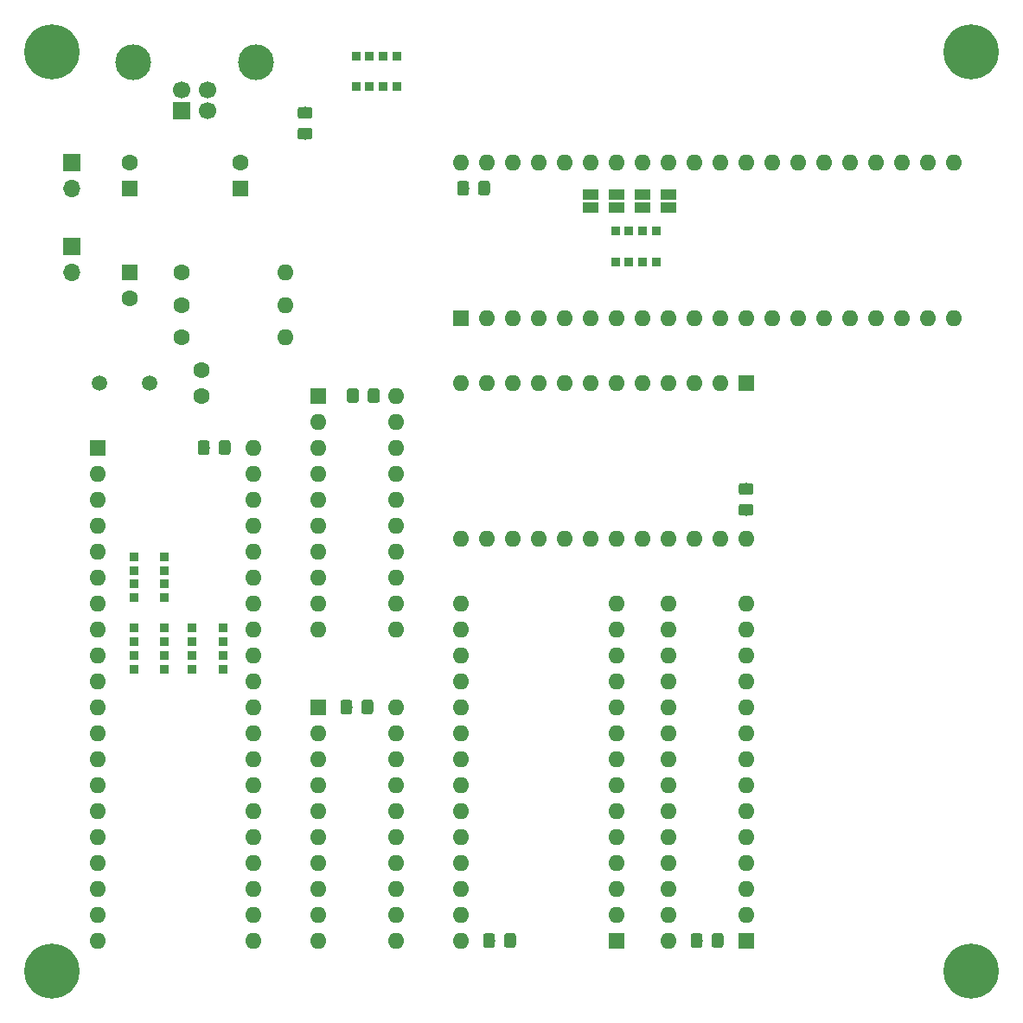
<source format=gbr>
G04 #@! TF.GenerationSoftware,KiCad,Pcbnew,(5.1.4)-1*
G04 #@! TF.CreationDate,2020-07-02T19:24:17-04:00*
G04 #@! TF.ProjectId,CPU8085,43505538-3038-4352-9e6b-696361645f70,A*
G04 #@! TF.SameCoordinates,Original*
G04 #@! TF.FileFunction,Soldermask,Bot*
G04 #@! TF.FilePolarity,Negative*
%FSLAX46Y46*%
G04 Gerber Fmt 4.6, Leading zero omitted, Abs format (unit mm)*
G04 Created by KiCad (PCBNEW (5.1.4)-1) date 2020-07-02 19:24:17*
%MOMM*%
%LPD*%
G04 APERTURE LIST*
%ADD10C,3.500000*%
%ADD11C,1.700000*%
%ADD12R,1.700000X1.700000*%
%ADD13R,0.900000X0.900000*%
%ADD14C,1.600000*%
%ADD15O,1.600000X1.600000*%
%ADD16R,1.600000X1.600000*%
%ADD17O,1.700000X1.700000*%
%ADD18C,0.100000*%
%ADD19C,1.150000*%
%ADD20R,1.500000X1.000000*%
%ADD21C,5.400000*%
%ADD22C,1.500000*%
G04 APERTURE END LIST*
D10*
X59975000Y-41010000D03*
X47935000Y-41010000D03*
D11*
X52705000Y-43720000D03*
X55205000Y-43720000D03*
X55205000Y-45720000D03*
D12*
X52705000Y-45720000D03*
D13*
X69755000Y-40410000D03*
X73755000Y-40410000D03*
X71095000Y-40410000D03*
X72415000Y-40410000D03*
X71095000Y-43410000D03*
X69755000Y-43410000D03*
X73755000Y-43410000D03*
X72415000Y-43410000D03*
D14*
X52705000Y-67945000D03*
D15*
X62865000Y-67945000D03*
D14*
X52705000Y-64770000D03*
D15*
X62865000Y-64770000D03*
X62865000Y-61595000D03*
D14*
X52705000Y-61595000D03*
D15*
X73660000Y-104140000D03*
X66040000Y-127000000D03*
X73660000Y-106680000D03*
X66040000Y-124460000D03*
X73660000Y-109220000D03*
X66040000Y-121920000D03*
X73660000Y-111760000D03*
X66040000Y-119380000D03*
X73660000Y-114300000D03*
X66040000Y-116840000D03*
X73660000Y-116840000D03*
X66040000Y-114300000D03*
X73660000Y-119380000D03*
X66040000Y-111760000D03*
X73660000Y-121920000D03*
X66040000Y-109220000D03*
X73660000Y-124460000D03*
X66040000Y-106680000D03*
X73660000Y-127000000D03*
D16*
X66040000Y-104140000D03*
D15*
X80010000Y-127000000D03*
X95250000Y-93980000D03*
X80010000Y-124460000D03*
X95250000Y-96520000D03*
X80010000Y-121920000D03*
X95250000Y-99060000D03*
X80010000Y-119380000D03*
X95250000Y-101600000D03*
X80010000Y-116840000D03*
X95250000Y-104140000D03*
X80010000Y-114300000D03*
X95250000Y-106680000D03*
X80010000Y-111760000D03*
X95250000Y-109220000D03*
X80010000Y-109220000D03*
X95250000Y-111760000D03*
X80010000Y-106680000D03*
X95250000Y-114300000D03*
X80010000Y-104140000D03*
X95250000Y-116840000D03*
X80010000Y-101600000D03*
X95250000Y-119380000D03*
X80010000Y-99060000D03*
X95250000Y-121920000D03*
X80010000Y-96520000D03*
X95250000Y-124460000D03*
X80010000Y-93980000D03*
D16*
X95250000Y-127000000D03*
D17*
X41910000Y-61595000D03*
D12*
X41910000Y-59055000D03*
D14*
X47625000Y-64095000D03*
D16*
X47625000Y-61595000D03*
D13*
X95155000Y-57555000D03*
X99155000Y-57555000D03*
X96495000Y-57555000D03*
X97815000Y-57555000D03*
X96495000Y-60555000D03*
X95155000Y-60555000D03*
X99155000Y-60555000D03*
X97815000Y-60555000D03*
X51030000Y-89440000D03*
X51030000Y-93440000D03*
X51030000Y-90780000D03*
X51030000Y-92100000D03*
X48030000Y-90780000D03*
X48030000Y-89440000D03*
X48030000Y-93440000D03*
X48030000Y-92100000D03*
X48030000Y-99085000D03*
X48030000Y-100425000D03*
X48030000Y-96425000D03*
X48030000Y-97765000D03*
X51030000Y-99085000D03*
X51030000Y-97765000D03*
X51030000Y-100425000D03*
X51030000Y-96425000D03*
X56745000Y-96425000D03*
X56745000Y-100425000D03*
X56745000Y-97765000D03*
X56745000Y-99085000D03*
X53745000Y-97765000D03*
X53745000Y-96425000D03*
X53745000Y-100425000D03*
X53745000Y-99085000D03*
D18*
G36*
X80604505Y-52641204D02*
G01*
X80628773Y-52644804D01*
X80652572Y-52650765D01*
X80675671Y-52659030D01*
X80697850Y-52669520D01*
X80718893Y-52682132D01*
X80738599Y-52696747D01*
X80756777Y-52713223D01*
X80773253Y-52731401D01*
X80787868Y-52751107D01*
X80800480Y-52772150D01*
X80810970Y-52794329D01*
X80819235Y-52817428D01*
X80825196Y-52841227D01*
X80828796Y-52865495D01*
X80830000Y-52889999D01*
X80830000Y-53790001D01*
X80828796Y-53814505D01*
X80825196Y-53838773D01*
X80819235Y-53862572D01*
X80810970Y-53885671D01*
X80800480Y-53907850D01*
X80787868Y-53928893D01*
X80773253Y-53948599D01*
X80756777Y-53966777D01*
X80738599Y-53983253D01*
X80718893Y-53997868D01*
X80697850Y-54010480D01*
X80675671Y-54020970D01*
X80652572Y-54029235D01*
X80628773Y-54035196D01*
X80604505Y-54038796D01*
X80580001Y-54040000D01*
X79929999Y-54040000D01*
X79905495Y-54038796D01*
X79881227Y-54035196D01*
X79857428Y-54029235D01*
X79834329Y-54020970D01*
X79812150Y-54010480D01*
X79791107Y-53997868D01*
X79771401Y-53983253D01*
X79753223Y-53966777D01*
X79736747Y-53948599D01*
X79722132Y-53928893D01*
X79709520Y-53907850D01*
X79699030Y-53885671D01*
X79690765Y-53862572D01*
X79684804Y-53838773D01*
X79681204Y-53814505D01*
X79680000Y-53790001D01*
X79680000Y-52889999D01*
X79681204Y-52865495D01*
X79684804Y-52841227D01*
X79690765Y-52817428D01*
X79699030Y-52794329D01*
X79709520Y-52772150D01*
X79722132Y-52751107D01*
X79736747Y-52731401D01*
X79753223Y-52713223D01*
X79771401Y-52696747D01*
X79791107Y-52682132D01*
X79812150Y-52669520D01*
X79834329Y-52659030D01*
X79857428Y-52650765D01*
X79881227Y-52644804D01*
X79905495Y-52641204D01*
X79929999Y-52640000D01*
X80580001Y-52640000D01*
X80604505Y-52641204D01*
X80604505Y-52641204D01*
G37*
D19*
X80255000Y-53340000D03*
D18*
G36*
X82654505Y-52641204D02*
G01*
X82678773Y-52644804D01*
X82702572Y-52650765D01*
X82725671Y-52659030D01*
X82747850Y-52669520D01*
X82768893Y-52682132D01*
X82788599Y-52696747D01*
X82806777Y-52713223D01*
X82823253Y-52731401D01*
X82837868Y-52751107D01*
X82850480Y-52772150D01*
X82860970Y-52794329D01*
X82869235Y-52817428D01*
X82875196Y-52841227D01*
X82878796Y-52865495D01*
X82880000Y-52889999D01*
X82880000Y-53790001D01*
X82878796Y-53814505D01*
X82875196Y-53838773D01*
X82869235Y-53862572D01*
X82860970Y-53885671D01*
X82850480Y-53907850D01*
X82837868Y-53928893D01*
X82823253Y-53948599D01*
X82806777Y-53966777D01*
X82788599Y-53983253D01*
X82768893Y-53997868D01*
X82747850Y-54010480D01*
X82725671Y-54020970D01*
X82702572Y-54029235D01*
X82678773Y-54035196D01*
X82654505Y-54038796D01*
X82630001Y-54040000D01*
X81979999Y-54040000D01*
X81955495Y-54038796D01*
X81931227Y-54035196D01*
X81907428Y-54029235D01*
X81884329Y-54020970D01*
X81862150Y-54010480D01*
X81841107Y-53997868D01*
X81821401Y-53983253D01*
X81803223Y-53966777D01*
X81786747Y-53948599D01*
X81772132Y-53928893D01*
X81759520Y-53907850D01*
X81749030Y-53885671D01*
X81740765Y-53862572D01*
X81734804Y-53838773D01*
X81731204Y-53814505D01*
X81730000Y-53790001D01*
X81730000Y-52889999D01*
X81731204Y-52865495D01*
X81734804Y-52841227D01*
X81740765Y-52817428D01*
X81749030Y-52794329D01*
X81759520Y-52772150D01*
X81772132Y-52751107D01*
X81786747Y-52731401D01*
X81803223Y-52713223D01*
X81821401Y-52696747D01*
X81841107Y-52682132D01*
X81862150Y-52669520D01*
X81884329Y-52659030D01*
X81907428Y-52650765D01*
X81931227Y-52644804D01*
X81955495Y-52641204D01*
X81979999Y-52640000D01*
X82630001Y-52640000D01*
X82654505Y-52641204D01*
X82654505Y-52641204D01*
G37*
D19*
X82305000Y-53340000D03*
D18*
G36*
X85194505Y-126301204D02*
G01*
X85218773Y-126304804D01*
X85242572Y-126310765D01*
X85265671Y-126319030D01*
X85287850Y-126329520D01*
X85308893Y-126342132D01*
X85328599Y-126356747D01*
X85346777Y-126373223D01*
X85363253Y-126391401D01*
X85377868Y-126411107D01*
X85390480Y-126432150D01*
X85400970Y-126454329D01*
X85409235Y-126477428D01*
X85415196Y-126501227D01*
X85418796Y-126525495D01*
X85420000Y-126549999D01*
X85420000Y-127450001D01*
X85418796Y-127474505D01*
X85415196Y-127498773D01*
X85409235Y-127522572D01*
X85400970Y-127545671D01*
X85390480Y-127567850D01*
X85377868Y-127588893D01*
X85363253Y-127608599D01*
X85346777Y-127626777D01*
X85328599Y-127643253D01*
X85308893Y-127657868D01*
X85287850Y-127670480D01*
X85265671Y-127680970D01*
X85242572Y-127689235D01*
X85218773Y-127695196D01*
X85194505Y-127698796D01*
X85170001Y-127700000D01*
X84519999Y-127700000D01*
X84495495Y-127698796D01*
X84471227Y-127695196D01*
X84447428Y-127689235D01*
X84424329Y-127680970D01*
X84402150Y-127670480D01*
X84381107Y-127657868D01*
X84361401Y-127643253D01*
X84343223Y-127626777D01*
X84326747Y-127608599D01*
X84312132Y-127588893D01*
X84299520Y-127567850D01*
X84289030Y-127545671D01*
X84280765Y-127522572D01*
X84274804Y-127498773D01*
X84271204Y-127474505D01*
X84270000Y-127450001D01*
X84270000Y-126549999D01*
X84271204Y-126525495D01*
X84274804Y-126501227D01*
X84280765Y-126477428D01*
X84289030Y-126454329D01*
X84299520Y-126432150D01*
X84312132Y-126411107D01*
X84326747Y-126391401D01*
X84343223Y-126373223D01*
X84361401Y-126356747D01*
X84381107Y-126342132D01*
X84402150Y-126329520D01*
X84424329Y-126319030D01*
X84447428Y-126310765D01*
X84471227Y-126304804D01*
X84495495Y-126301204D01*
X84519999Y-126300000D01*
X85170001Y-126300000D01*
X85194505Y-126301204D01*
X85194505Y-126301204D01*
G37*
D19*
X84845000Y-127000000D03*
D18*
G36*
X83144505Y-126301204D02*
G01*
X83168773Y-126304804D01*
X83192572Y-126310765D01*
X83215671Y-126319030D01*
X83237850Y-126329520D01*
X83258893Y-126342132D01*
X83278599Y-126356747D01*
X83296777Y-126373223D01*
X83313253Y-126391401D01*
X83327868Y-126411107D01*
X83340480Y-126432150D01*
X83350970Y-126454329D01*
X83359235Y-126477428D01*
X83365196Y-126501227D01*
X83368796Y-126525495D01*
X83370000Y-126549999D01*
X83370000Y-127450001D01*
X83368796Y-127474505D01*
X83365196Y-127498773D01*
X83359235Y-127522572D01*
X83350970Y-127545671D01*
X83340480Y-127567850D01*
X83327868Y-127588893D01*
X83313253Y-127608599D01*
X83296777Y-127626777D01*
X83278599Y-127643253D01*
X83258893Y-127657868D01*
X83237850Y-127670480D01*
X83215671Y-127680970D01*
X83192572Y-127689235D01*
X83168773Y-127695196D01*
X83144505Y-127698796D01*
X83120001Y-127700000D01*
X82469999Y-127700000D01*
X82445495Y-127698796D01*
X82421227Y-127695196D01*
X82397428Y-127689235D01*
X82374329Y-127680970D01*
X82352150Y-127670480D01*
X82331107Y-127657868D01*
X82311401Y-127643253D01*
X82293223Y-127626777D01*
X82276747Y-127608599D01*
X82262132Y-127588893D01*
X82249520Y-127567850D01*
X82239030Y-127545671D01*
X82230765Y-127522572D01*
X82224804Y-127498773D01*
X82221204Y-127474505D01*
X82220000Y-127450001D01*
X82220000Y-126549999D01*
X82221204Y-126525495D01*
X82224804Y-126501227D01*
X82230765Y-126477428D01*
X82239030Y-126454329D01*
X82249520Y-126432150D01*
X82262132Y-126411107D01*
X82276747Y-126391401D01*
X82293223Y-126373223D01*
X82311401Y-126356747D01*
X82331107Y-126342132D01*
X82352150Y-126329520D01*
X82374329Y-126319030D01*
X82397428Y-126310765D01*
X82421227Y-126304804D01*
X82445495Y-126301204D01*
X82469999Y-126300000D01*
X83120001Y-126300000D01*
X83144505Y-126301204D01*
X83144505Y-126301204D01*
G37*
D19*
X82795000Y-127000000D03*
D18*
G36*
X103464505Y-126301204D02*
G01*
X103488773Y-126304804D01*
X103512572Y-126310765D01*
X103535671Y-126319030D01*
X103557850Y-126329520D01*
X103578893Y-126342132D01*
X103598599Y-126356747D01*
X103616777Y-126373223D01*
X103633253Y-126391401D01*
X103647868Y-126411107D01*
X103660480Y-126432150D01*
X103670970Y-126454329D01*
X103679235Y-126477428D01*
X103685196Y-126501227D01*
X103688796Y-126525495D01*
X103690000Y-126549999D01*
X103690000Y-127450001D01*
X103688796Y-127474505D01*
X103685196Y-127498773D01*
X103679235Y-127522572D01*
X103670970Y-127545671D01*
X103660480Y-127567850D01*
X103647868Y-127588893D01*
X103633253Y-127608599D01*
X103616777Y-127626777D01*
X103598599Y-127643253D01*
X103578893Y-127657868D01*
X103557850Y-127670480D01*
X103535671Y-127680970D01*
X103512572Y-127689235D01*
X103488773Y-127695196D01*
X103464505Y-127698796D01*
X103440001Y-127700000D01*
X102789999Y-127700000D01*
X102765495Y-127698796D01*
X102741227Y-127695196D01*
X102717428Y-127689235D01*
X102694329Y-127680970D01*
X102672150Y-127670480D01*
X102651107Y-127657868D01*
X102631401Y-127643253D01*
X102613223Y-127626777D01*
X102596747Y-127608599D01*
X102582132Y-127588893D01*
X102569520Y-127567850D01*
X102559030Y-127545671D01*
X102550765Y-127522572D01*
X102544804Y-127498773D01*
X102541204Y-127474505D01*
X102540000Y-127450001D01*
X102540000Y-126549999D01*
X102541204Y-126525495D01*
X102544804Y-126501227D01*
X102550765Y-126477428D01*
X102559030Y-126454329D01*
X102569520Y-126432150D01*
X102582132Y-126411107D01*
X102596747Y-126391401D01*
X102613223Y-126373223D01*
X102631401Y-126356747D01*
X102651107Y-126342132D01*
X102672150Y-126329520D01*
X102694329Y-126319030D01*
X102717428Y-126310765D01*
X102741227Y-126304804D01*
X102765495Y-126301204D01*
X102789999Y-126300000D01*
X103440001Y-126300000D01*
X103464505Y-126301204D01*
X103464505Y-126301204D01*
G37*
D19*
X103115000Y-127000000D03*
D18*
G36*
X105514505Y-126301204D02*
G01*
X105538773Y-126304804D01*
X105562572Y-126310765D01*
X105585671Y-126319030D01*
X105607850Y-126329520D01*
X105628893Y-126342132D01*
X105648599Y-126356747D01*
X105666777Y-126373223D01*
X105683253Y-126391401D01*
X105697868Y-126411107D01*
X105710480Y-126432150D01*
X105720970Y-126454329D01*
X105729235Y-126477428D01*
X105735196Y-126501227D01*
X105738796Y-126525495D01*
X105740000Y-126549999D01*
X105740000Y-127450001D01*
X105738796Y-127474505D01*
X105735196Y-127498773D01*
X105729235Y-127522572D01*
X105720970Y-127545671D01*
X105710480Y-127567850D01*
X105697868Y-127588893D01*
X105683253Y-127608599D01*
X105666777Y-127626777D01*
X105648599Y-127643253D01*
X105628893Y-127657868D01*
X105607850Y-127670480D01*
X105585671Y-127680970D01*
X105562572Y-127689235D01*
X105538773Y-127695196D01*
X105514505Y-127698796D01*
X105490001Y-127700000D01*
X104839999Y-127700000D01*
X104815495Y-127698796D01*
X104791227Y-127695196D01*
X104767428Y-127689235D01*
X104744329Y-127680970D01*
X104722150Y-127670480D01*
X104701107Y-127657868D01*
X104681401Y-127643253D01*
X104663223Y-127626777D01*
X104646747Y-127608599D01*
X104632132Y-127588893D01*
X104619520Y-127567850D01*
X104609030Y-127545671D01*
X104600765Y-127522572D01*
X104594804Y-127498773D01*
X104591204Y-127474505D01*
X104590000Y-127450001D01*
X104590000Y-126549999D01*
X104591204Y-126525495D01*
X104594804Y-126501227D01*
X104600765Y-126477428D01*
X104609030Y-126454329D01*
X104619520Y-126432150D01*
X104632132Y-126411107D01*
X104646747Y-126391401D01*
X104663223Y-126373223D01*
X104681401Y-126356747D01*
X104701107Y-126342132D01*
X104722150Y-126329520D01*
X104744329Y-126319030D01*
X104767428Y-126310765D01*
X104791227Y-126304804D01*
X104815495Y-126301204D01*
X104839999Y-126300000D01*
X105490001Y-126300000D01*
X105514505Y-126301204D01*
X105514505Y-126301204D01*
G37*
D19*
X105165000Y-127000000D03*
D18*
G36*
X69809505Y-72961204D02*
G01*
X69833773Y-72964804D01*
X69857572Y-72970765D01*
X69880671Y-72979030D01*
X69902850Y-72989520D01*
X69923893Y-73002132D01*
X69943599Y-73016747D01*
X69961777Y-73033223D01*
X69978253Y-73051401D01*
X69992868Y-73071107D01*
X70005480Y-73092150D01*
X70015970Y-73114329D01*
X70024235Y-73137428D01*
X70030196Y-73161227D01*
X70033796Y-73185495D01*
X70035000Y-73209999D01*
X70035000Y-74110001D01*
X70033796Y-74134505D01*
X70030196Y-74158773D01*
X70024235Y-74182572D01*
X70015970Y-74205671D01*
X70005480Y-74227850D01*
X69992868Y-74248893D01*
X69978253Y-74268599D01*
X69961777Y-74286777D01*
X69943599Y-74303253D01*
X69923893Y-74317868D01*
X69902850Y-74330480D01*
X69880671Y-74340970D01*
X69857572Y-74349235D01*
X69833773Y-74355196D01*
X69809505Y-74358796D01*
X69785001Y-74360000D01*
X69134999Y-74360000D01*
X69110495Y-74358796D01*
X69086227Y-74355196D01*
X69062428Y-74349235D01*
X69039329Y-74340970D01*
X69017150Y-74330480D01*
X68996107Y-74317868D01*
X68976401Y-74303253D01*
X68958223Y-74286777D01*
X68941747Y-74268599D01*
X68927132Y-74248893D01*
X68914520Y-74227850D01*
X68904030Y-74205671D01*
X68895765Y-74182572D01*
X68889804Y-74158773D01*
X68886204Y-74134505D01*
X68885000Y-74110001D01*
X68885000Y-73209999D01*
X68886204Y-73185495D01*
X68889804Y-73161227D01*
X68895765Y-73137428D01*
X68904030Y-73114329D01*
X68914520Y-73092150D01*
X68927132Y-73071107D01*
X68941747Y-73051401D01*
X68958223Y-73033223D01*
X68976401Y-73016747D01*
X68996107Y-73002132D01*
X69017150Y-72989520D01*
X69039329Y-72979030D01*
X69062428Y-72970765D01*
X69086227Y-72964804D01*
X69110495Y-72961204D01*
X69134999Y-72960000D01*
X69785001Y-72960000D01*
X69809505Y-72961204D01*
X69809505Y-72961204D01*
G37*
D19*
X69460000Y-73660000D03*
D18*
G36*
X71859505Y-72961204D02*
G01*
X71883773Y-72964804D01*
X71907572Y-72970765D01*
X71930671Y-72979030D01*
X71952850Y-72989520D01*
X71973893Y-73002132D01*
X71993599Y-73016747D01*
X72011777Y-73033223D01*
X72028253Y-73051401D01*
X72042868Y-73071107D01*
X72055480Y-73092150D01*
X72065970Y-73114329D01*
X72074235Y-73137428D01*
X72080196Y-73161227D01*
X72083796Y-73185495D01*
X72085000Y-73209999D01*
X72085000Y-74110001D01*
X72083796Y-74134505D01*
X72080196Y-74158773D01*
X72074235Y-74182572D01*
X72065970Y-74205671D01*
X72055480Y-74227850D01*
X72042868Y-74248893D01*
X72028253Y-74268599D01*
X72011777Y-74286777D01*
X71993599Y-74303253D01*
X71973893Y-74317868D01*
X71952850Y-74330480D01*
X71930671Y-74340970D01*
X71907572Y-74349235D01*
X71883773Y-74355196D01*
X71859505Y-74358796D01*
X71835001Y-74360000D01*
X71184999Y-74360000D01*
X71160495Y-74358796D01*
X71136227Y-74355196D01*
X71112428Y-74349235D01*
X71089329Y-74340970D01*
X71067150Y-74330480D01*
X71046107Y-74317868D01*
X71026401Y-74303253D01*
X71008223Y-74286777D01*
X70991747Y-74268599D01*
X70977132Y-74248893D01*
X70964520Y-74227850D01*
X70954030Y-74205671D01*
X70945765Y-74182572D01*
X70939804Y-74158773D01*
X70936204Y-74134505D01*
X70935000Y-74110001D01*
X70935000Y-73209999D01*
X70936204Y-73185495D01*
X70939804Y-73161227D01*
X70945765Y-73137428D01*
X70954030Y-73114329D01*
X70964520Y-73092150D01*
X70977132Y-73071107D01*
X70991747Y-73051401D01*
X71008223Y-73033223D01*
X71026401Y-73016747D01*
X71046107Y-73002132D01*
X71067150Y-72989520D01*
X71089329Y-72979030D01*
X71112428Y-72970765D01*
X71136227Y-72964804D01*
X71160495Y-72961204D01*
X71184999Y-72960000D01*
X71835001Y-72960000D01*
X71859505Y-72961204D01*
X71859505Y-72961204D01*
G37*
D19*
X71510000Y-73660000D03*
D18*
G36*
X71224505Y-103441204D02*
G01*
X71248773Y-103444804D01*
X71272572Y-103450765D01*
X71295671Y-103459030D01*
X71317850Y-103469520D01*
X71338893Y-103482132D01*
X71358599Y-103496747D01*
X71376777Y-103513223D01*
X71393253Y-103531401D01*
X71407868Y-103551107D01*
X71420480Y-103572150D01*
X71430970Y-103594329D01*
X71439235Y-103617428D01*
X71445196Y-103641227D01*
X71448796Y-103665495D01*
X71450000Y-103689999D01*
X71450000Y-104590001D01*
X71448796Y-104614505D01*
X71445196Y-104638773D01*
X71439235Y-104662572D01*
X71430970Y-104685671D01*
X71420480Y-104707850D01*
X71407868Y-104728893D01*
X71393253Y-104748599D01*
X71376777Y-104766777D01*
X71358599Y-104783253D01*
X71338893Y-104797868D01*
X71317850Y-104810480D01*
X71295671Y-104820970D01*
X71272572Y-104829235D01*
X71248773Y-104835196D01*
X71224505Y-104838796D01*
X71200001Y-104840000D01*
X70549999Y-104840000D01*
X70525495Y-104838796D01*
X70501227Y-104835196D01*
X70477428Y-104829235D01*
X70454329Y-104820970D01*
X70432150Y-104810480D01*
X70411107Y-104797868D01*
X70391401Y-104783253D01*
X70373223Y-104766777D01*
X70356747Y-104748599D01*
X70342132Y-104728893D01*
X70329520Y-104707850D01*
X70319030Y-104685671D01*
X70310765Y-104662572D01*
X70304804Y-104638773D01*
X70301204Y-104614505D01*
X70300000Y-104590001D01*
X70300000Y-103689999D01*
X70301204Y-103665495D01*
X70304804Y-103641227D01*
X70310765Y-103617428D01*
X70319030Y-103594329D01*
X70329520Y-103572150D01*
X70342132Y-103551107D01*
X70356747Y-103531401D01*
X70373223Y-103513223D01*
X70391401Y-103496747D01*
X70411107Y-103482132D01*
X70432150Y-103469520D01*
X70454329Y-103459030D01*
X70477428Y-103450765D01*
X70501227Y-103444804D01*
X70525495Y-103441204D01*
X70549999Y-103440000D01*
X71200001Y-103440000D01*
X71224505Y-103441204D01*
X71224505Y-103441204D01*
G37*
D19*
X70875000Y-104140000D03*
D18*
G36*
X69174505Y-103441204D02*
G01*
X69198773Y-103444804D01*
X69222572Y-103450765D01*
X69245671Y-103459030D01*
X69267850Y-103469520D01*
X69288893Y-103482132D01*
X69308599Y-103496747D01*
X69326777Y-103513223D01*
X69343253Y-103531401D01*
X69357868Y-103551107D01*
X69370480Y-103572150D01*
X69380970Y-103594329D01*
X69389235Y-103617428D01*
X69395196Y-103641227D01*
X69398796Y-103665495D01*
X69400000Y-103689999D01*
X69400000Y-104590001D01*
X69398796Y-104614505D01*
X69395196Y-104638773D01*
X69389235Y-104662572D01*
X69380970Y-104685671D01*
X69370480Y-104707850D01*
X69357868Y-104728893D01*
X69343253Y-104748599D01*
X69326777Y-104766777D01*
X69308599Y-104783253D01*
X69288893Y-104797868D01*
X69267850Y-104810480D01*
X69245671Y-104820970D01*
X69222572Y-104829235D01*
X69198773Y-104835196D01*
X69174505Y-104838796D01*
X69150001Y-104840000D01*
X68499999Y-104840000D01*
X68475495Y-104838796D01*
X68451227Y-104835196D01*
X68427428Y-104829235D01*
X68404329Y-104820970D01*
X68382150Y-104810480D01*
X68361107Y-104797868D01*
X68341401Y-104783253D01*
X68323223Y-104766777D01*
X68306747Y-104748599D01*
X68292132Y-104728893D01*
X68279520Y-104707850D01*
X68269030Y-104685671D01*
X68260765Y-104662572D01*
X68254804Y-104638773D01*
X68251204Y-104614505D01*
X68250000Y-104590001D01*
X68250000Y-103689999D01*
X68251204Y-103665495D01*
X68254804Y-103641227D01*
X68260765Y-103617428D01*
X68269030Y-103594329D01*
X68279520Y-103572150D01*
X68292132Y-103551107D01*
X68306747Y-103531401D01*
X68323223Y-103513223D01*
X68341401Y-103496747D01*
X68361107Y-103482132D01*
X68382150Y-103469520D01*
X68404329Y-103459030D01*
X68427428Y-103450765D01*
X68451227Y-103444804D01*
X68475495Y-103441204D01*
X68499999Y-103440000D01*
X69150001Y-103440000D01*
X69174505Y-103441204D01*
X69174505Y-103441204D01*
G37*
D19*
X68825000Y-104140000D03*
D18*
G36*
X108424505Y-82221204D02*
G01*
X108448773Y-82224804D01*
X108472572Y-82230765D01*
X108495671Y-82239030D01*
X108517850Y-82249520D01*
X108538893Y-82262132D01*
X108558599Y-82276747D01*
X108576777Y-82293223D01*
X108593253Y-82311401D01*
X108607868Y-82331107D01*
X108620480Y-82352150D01*
X108630970Y-82374329D01*
X108639235Y-82397428D01*
X108645196Y-82421227D01*
X108648796Y-82445495D01*
X108650000Y-82469999D01*
X108650000Y-83120001D01*
X108648796Y-83144505D01*
X108645196Y-83168773D01*
X108639235Y-83192572D01*
X108630970Y-83215671D01*
X108620480Y-83237850D01*
X108607868Y-83258893D01*
X108593253Y-83278599D01*
X108576777Y-83296777D01*
X108558599Y-83313253D01*
X108538893Y-83327868D01*
X108517850Y-83340480D01*
X108495671Y-83350970D01*
X108472572Y-83359235D01*
X108448773Y-83365196D01*
X108424505Y-83368796D01*
X108400001Y-83370000D01*
X107499999Y-83370000D01*
X107475495Y-83368796D01*
X107451227Y-83365196D01*
X107427428Y-83359235D01*
X107404329Y-83350970D01*
X107382150Y-83340480D01*
X107361107Y-83327868D01*
X107341401Y-83313253D01*
X107323223Y-83296777D01*
X107306747Y-83278599D01*
X107292132Y-83258893D01*
X107279520Y-83237850D01*
X107269030Y-83215671D01*
X107260765Y-83192572D01*
X107254804Y-83168773D01*
X107251204Y-83144505D01*
X107250000Y-83120001D01*
X107250000Y-82469999D01*
X107251204Y-82445495D01*
X107254804Y-82421227D01*
X107260765Y-82397428D01*
X107269030Y-82374329D01*
X107279520Y-82352150D01*
X107292132Y-82331107D01*
X107306747Y-82311401D01*
X107323223Y-82293223D01*
X107341401Y-82276747D01*
X107361107Y-82262132D01*
X107382150Y-82249520D01*
X107404329Y-82239030D01*
X107427428Y-82230765D01*
X107451227Y-82224804D01*
X107475495Y-82221204D01*
X107499999Y-82220000D01*
X108400001Y-82220000D01*
X108424505Y-82221204D01*
X108424505Y-82221204D01*
G37*
D19*
X107950000Y-82795000D03*
D18*
G36*
X108424505Y-84271204D02*
G01*
X108448773Y-84274804D01*
X108472572Y-84280765D01*
X108495671Y-84289030D01*
X108517850Y-84299520D01*
X108538893Y-84312132D01*
X108558599Y-84326747D01*
X108576777Y-84343223D01*
X108593253Y-84361401D01*
X108607868Y-84381107D01*
X108620480Y-84402150D01*
X108630970Y-84424329D01*
X108639235Y-84447428D01*
X108645196Y-84471227D01*
X108648796Y-84495495D01*
X108650000Y-84519999D01*
X108650000Y-85170001D01*
X108648796Y-85194505D01*
X108645196Y-85218773D01*
X108639235Y-85242572D01*
X108630970Y-85265671D01*
X108620480Y-85287850D01*
X108607868Y-85308893D01*
X108593253Y-85328599D01*
X108576777Y-85346777D01*
X108558599Y-85363253D01*
X108538893Y-85377868D01*
X108517850Y-85390480D01*
X108495671Y-85400970D01*
X108472572Y-85409235D01*
X108448773Y-85415196D01*
X108424505Y-85418796D01*
X108400001Y-85420000D01*
X107499999Y-85420000D01*
X107475495Y-85418796D01*
X107451227Y-85415196D01*
X107427428Y-85409235D01*
X107404329Y-85400970D01*
X107382150Y-85390480D01*
X107361107Y-85377868D01*
X107341401Y-85363253D01*
X107323223Y-85346777D01*
X107306747Y-85328599D01*
X107292132Y-85308893D01*
X107279520Y-85287850D01*
X107269030Y-85265671D01*
X107260765Y-85242572D01*
X107254804Y-85218773D01*
X107251204Y-85194505D01*
X107250000Y-85170001D01*
X107250000Y-84519999D01*
X107251204Y-84495495D01*
X107254804Y-84471227D01*
X107260765Y-84447428D01*
X107269030Y-84424329D01*
X107279520Y-84402150D01*
X107292132Y-84381107D01*
X107306747Y-84361401D01*
X107323223Y-84343223D01*
X107341401Y-84326747D01*
X107361107Y-84312132D01*
X107382150Y-84299520D01*
X107404329Y-84289030D01*
X107427428Y-84280765D01*
X107451227Y-84274804D01*
X107475495Y-84271204D01*
X107499999Y-84270000D01*
X108400001Y-84270000D01*
X108424505Y-84271204D01*
X108424505Y-84271204D01*
G37*
D19*
X107950000Y-84845000D03*
D18*
G36*
X57254505Y-78041204D02*
G01*
X57278773Y-78044804D01*
X57302572Y-78050765D01*
X57325671Y-78059030D01*
X57347850Y-78069520D01*
X57368893Y-78082132D01*
X57388599Y-78096747D01*
X57406777Y-78113223D01*
X57423253Y-78131401D01*
X57437868Y-78151107D01*
X57450480Y-78172150D01*
X57460970Y-78194329D01*
X57469235Y-78217428D01*
X57475196Y-78241227D01*
X57478796Y-78265495D01*
X57480000Y-78289999D01*
X57480000Y-79190001D01*
X57478796Y-79214505D01*
X57475196Y-79238773D01*
X57469235Y-79262572D01*
X57460970Y-79285671D01*
X57450480Y-79307850D01*
X57437868Y-79328893D01*
X57423253Y-79348599D01*
X57406777Y-79366777D01*
X57388599Y-79383253D01*
X57368893Y-79397868D01*
X57347850Y-79410480D01*
X57325671Y-79420970D01*
X57302572Y-79429235D01*
X57278773Y-79435196D01*
X57254505Y-79438796D01*
X57230001Y-79440000D01*
X56579999Y-79440000D01*
X56555495Y-79438796D01*
X56531227Y-79435196D01*
X56507428Y-79429235D01*
X56484329Y-79420970D01*
X56462150Y-79410480D01*
X56441107Y-79397868D01*
X56421401Y-79383253D01*
X56403223Y-79366777D01*
X56386747Y-79348599D01*
X56372132Y-79328893D01*
X56359520Y-79307850D01*
X56349030Y-79285671D01*
X56340765Y-79262572D01*
X56334804Y-79238773D01*
X56331204Y-79214505D01*
X56330000Y-79190001D01*
X56330000Y-78289999D01*
X56331204Y-78265495D01*
X56334804Y-78241227D01*
X56340765Y-78217428D01*
X56349030Y-78194329D01*
X56359520Y-78172150D01*
X56372132Y-78151107D01*
X56386747Y-78131401D01*
X56403223Y-78113223D01*
X56421401Y-78096747D01*
X56441107Y-78082132D01*
X56462150Y-78069520D01*
X56484329Y-78059030D01*
X56507428Y-78050765D01*
X56531227Y-78044804D01*
X56555495Y-78041204D01*
X56579999Y-78040000D01*
X57230001Y-78040000D01*
X57254505Y-78041204D01*
X57254505Y-78041204D01*
G37*
D19*
X56905000Y-78740000D03*
D18*
G36*
X55204505Y-78041204D02*
G01*
X55228773Y-78044804D01*
X55252572Y-78050765D01*
X55275671Y-78059030D01*
X55297850Y-78069520D01*
X55318893Y-78082132D01*
X55338599Y-78096747D01*
X55356777Y-78113223D01*
X55373253Y-78131401D01*
X55387868Y-78151107D01*
X55400480Y-78172150D01*
X55410970Y-78194329D01*
X55419235Y-78217428D01*
X55425196Y-78241227D01*
X55428796Y-78265495D01*
X55430000Y-78289999D01*
X55430000Y-79190001D01*
X55428796Y-79214505D01*
X55425196Y-79238773D01*
X55419235Y-79262572D01*
X55410970Y-79285671D01*
X55400480Y-79307850D01*
X55387868Y-79328893D01*
X55373253Y-79348599D01*
X55356777Y-79366777D01*
X55338599Y-79383253D01*
X55318893Y-79397868D01*
X55297850Y-79410480D01*
X55275671Y-79420970D01*
X55252572Y-79429235D01*
X55228773Y-79435196D01*
X55204505Y-79438796D01*
X55180001Y-79440000D01*
X54529999Y-79440000D01*
X54505495Y-79438796D01*
X54481227Y-79435196D01*
X54457428Y-79429235D01*
X54434329Y-79420970D01*
X54412150Y-79410480D01*
X54391107Y-79397868D01*
X54371401Y-79383253D01*
X54353223Y-79366777D01*
X54336747Y-79348599D01*
X54322132Y-79328893D01*
X54309520Y-79307850D01*
X54299030Y-79285671D01*
X54290765Y-79262572D01*
X54284804Y-79238773D01*
X54281204Y-79214505D01*
X54280000Y-79190001D01*
X54280000Y-78289999D01*
X54281204Y-78265495D01*
X54284804Y-78241227D01*
X54290765Y-78217428D01*
X54299030Y-78194329D01*
X54309520Y-78172150D01*
X54322132Y-78151107D01*
X54336747Y-78131401D01*
X54353223Y-78113223D01*
X54371401Y-78096747D01*
X54391107Y-78082132D01*
X54412150Y-78069520D01*
X54434329Y-78059030D01*
X54457428Y-78050765D01*
X54481227Y-78044804D01*
X54505495Y-78041204D01*
X54529999Y-78040000D01*
X55180001Y-78040000D01*
X55204505Y-78041204D01*
X55204505Y-78041204D01*
G37*
D19*
X54855000Y-78740000D03*
D18*
G36*
X65244505Y-45391204D02*
G01*
X65268773Y-45394804D01*
X65292572Y-45400765D01*
X65315671Y-45409030D01*
X65337850Y-45419520D01*
X65358893Y-45432132D01*
X65378599Y-45446747D01*
X65396777Y-45463223D01*
X65413253Y-45481401D01*
X65427868Y-45501107D01*
X65440480Y-45522150D01*
X65450970Y-45544329D01*
X65459235Y-45567428D01*
X65465196Y-45591227D01*
X65468796Y-45615495D01*
X65470000Y-45639999D01*
X65470000Y-46290001D01*
X65468796Y-46314505D01*
X65465196Y-46338773D01*
X65459235Y-46362572D01*
X65450970Y-46385671D01*
X65440480Y-46407850D01*
X65427868Y-46428893D01*
X65413253Y-46448599D01*
X65396777Y-46466777D01*
X65378599Y-46483253D01*
X65358893Y-46497868D01*
X65337850Y-46510480D01*
X65315671Y-46520970D01*
X65292572Y-46529235D01*
X65268773Y-46535196D01*
X65244505Y-46538796D01*
X65220001Y-46540000D01*
X64319999Y-46540000D01*
X64295495Y-46538796D01*
X64271227Y-46535196D01*
X64247428Y-46529235D01*
X64224329Y-46520970D01*
X64202150Y-46510480D01*
X64181107Y-46497868D01*
X64161401Y-46483253D01*
X64143223Y-46466777D01*
X64126747Y-46448599D01*
X64112132Y-46428893D01*
X64099520Y-46407850D01*
X64089030Y-46385671D01*
X64080765Y-46362572D01*
X64074804Y-46338773D01*
X64071204Y-46314505D01*
X64070000Y-46290001D01*
X64070000Y-45639999D01*
X64071204Y-45615495D01*
X64074804Y-45591227D01*
X64080765Y-45567428D01*
X64089030Y-45544329D01*
X64099520Y-45522150D01*
X64112132Y-45501107D01*
X64126747Y-45481401D01*
X64143223Y-45463223D01*
X64161401Y-45446747D01*
X64181107Y-45432132D01*
X64202150Y-45419520D01*
X64224329Y-45409030D01*
X64247428Y-45400765D01*
X64271227Y-45394804D01*
X64295495Y-45391204D01*
X64319999Y-45390000D01*
X65220001Y-45390000D01*
X65244505Y-45391204D01*
X65244505Y-45391204D01*
G37*
D19*
X64770000Y-45965000D03*
D18*
G36*
X65244505Y-47441204D02*
G01*
X65268773Y-47444804D01*
X65292572Y-47450765D01*
X65315671Y-47459030D01*
X65337850Y-47469520D01*
X65358893Y-47482132D01*
X65378599Y-47496747D01*
X65396777Y-47513223D01*
X65413253Y-47531401D01*
X65427868Y-47551107D01*
X65440480Y-47572150D01*
X65450970Y-47594329D01*
X65459235Y-47617428D01*
X65465196Y-47641227D01*
X65468796Y-47665495D01*
X65470000Y-47689999D01*
X65470000Y-48340001D01*
X65468796Y-48364505D01*
X65465196Y-48388773D01*
X65459235Y-48412572D01*
X65450970Y-48435671D01*
X65440480Y-48457850D01*
X65427868Y-48478893D01*
X65413253Y-48498599D01*
X65396777Y-48516777D01*
X65378599Y-48533253D01*
X65358893Y-48547868D01*
X65337850Y-48560480D01*
X65315671Y-48570970D01*
X65292572Y-48579235D01*
X65268773Y-48585196D01*
X65244505Y-48588796D01*
X65220001Y-48590000D01*
X64319999Y-48590000D01*
X64295495Y-48588796D01*
X64271227Y-48585196D01*
X64247428Y-48579235D01*
X64224329Y-48570970D01*
X64202150Y-48560480D01*
X64181107Y-48547868D01*
X64161401Y-48533253D01*
X64143223Y-48516777D01*
X64126747Y-48498599D01*
X64112132Y-48478893D01*
X64099520Y-48457850D01*
X64089030Y-48435671D01*
X64080765Y-48412572D01*
X64074804Y-48388773D01*
X64071204Y-48364505D01*
X64070000Y-48340001D01*
X64070000Y-47689999D01*
X64071204Y-47665495D01*
X64074804Y-47641227D01*
X64080765Y-47617428D01*
X64089030Y-47594329D01*
X64099520Y-47572150D01*
X64112132Y-47551107D01*
X64126747Y-47531401D01*
X64143223Y-47513223D01*
X64161401Y-47496747D01*
X64181107Y-47482132D01*
X64202150Y-47469520D01*
X64224329Y-47459030D01*
X64247428Y-47450765D01*
X64271227Y-47444804D01*
X64295495Y-47441204D01*
X64319999Y-47440000D01*
X65220001Y-47440000D01*
X65244505Y-47441204D01*
X65244505Y-47441204D01*
G37*
D19*
X64770000Y-48015000D03*
D16*
X58420000Y-53340000D03*
D14*
X58420000Y-50840000D03*
D20*
X97790000Y-53960000D03*
X97790000Y-55260000D03*
X95250000Y-53960000D03*
X95250000Y-55260000D03*
X100330000Y-53975000D03*
X100330000Y-55275000D03*
X92710000Y-53960000D03*
X92710000Y-55260000D03*
D15*
X107950000Y-87630000D03*
X80010000Y-72390000D03*
X105410000Y-87630000D03*
X82550000Y-72390000D03*
X102870000Y-87630000D03*
X85090000Y-72390000D03*
X100330000Y-87630000D03*
X87630000Y-72390000D03*
X97790000Y-87630000D03*
X90170000Y-72390000D03*
X95250000Y-87630000D03*
X92710000Y-72390000D03*
X92710000Y-87630000D03*
X95250000Y-72390000D03*
X90170000Y-87630000D03*
X97790000Y-72390000D03*
X87630000Y-87630000D03*
X100330000Y-72390000D03*
X85090000Y-87630000D03*
X102870000Y-72390000D03*
X82550000Y-87630000D03*
X105410000Y-72390000D03*
X80010000Y-87630000D03*
D16*
X107950000Y-72390000D03*
X80010000Y-66040000D03*
D15*
X128270000Y-50800000D03*
X82550000Y-66040000D03*
X125730000Y-50800000D03*
X85090000Y-66040000D03*
X123190000Y-50800000D03*
X87630000Y-66040000D03*
X120650000Y-50800000D03*
X90170000Y-66040000D03*
X118110000Y-50800000D03*
X92710000Y-66040000D03*
X115570000Y-50800000D03*
X95250000Y-66040000D03*
X113030000Y-50800000D03*
X97790000Y-66040000D03*
X110490000Y-50800000D03*
X100330000Y-66040000D03*
X107950000Y-50800000D03*
X102870000Y-66040000D03*
X105410000Y-50800000D03*
X105410000Y-66040000D03*
X102870000Y-50800000D03*
X107950000Y-66040000D03*
X100330000Y-50800000D03*
X110490000Y-66040000D03*
X97790000Y-50800000D03*
X113030000Y-66040000D03*
X95250000Y-50800000D03*
X115570000Y-66040000D03*
X92710000Y-50800000D03*
X118110000Y-66040000D03*
X90170000Y-50800000D03*
X120650000Y-66040000D03*
X87630000Y-50800000D03*
X123190000Y-66040000D03*
X85090000Y-50800000D03*
X125730000Y-66040000D03*
X82550000Y-50800000D03*
X128270000Y-66040000D03*
X80010000Y-50800000D03*
X59690000Y-78740000D03*
X44450000Y-127000000D03*
X59690000Y-81280000D03*
X44450000Y-124460000D03*
X59690000Y-83820000D03*
X44450000Y-121920000D03*
X59690000Y-86360000D03*
X44450000Y-119380000D03*
X59690000Y-88900000D03*
X44450000Y-116840000D03*
X59690000Y-91440000D03*
X44450000Y-114300000D03*
X59690000Y-93980000D03*
X44450000Y-111760000D03*
X59690000Y-96520000D03*
X44450000Y-109220000D03*
X59690000Y-99060000D03*
X44450000Y-106680000D03*
X59690000Y-101600000D03*
X44450000Y-104140000D03*
X59690000Y-104140000D03*
X44450000Y-101600000D03*
X59690000Y-106680000D03*
X44450000Y-99060000D03*
X59690000Y-109220000D03*
X44450000Y-96520000D03*
X59690000Y-111760000D03*
X44450000Y-93980000D03*
X59690000Y-114300000D03*
X44450000Y-91440000D03*
X59690000Y-116840000D03*
X44450000Y-88900000D03*
X59690000Y-119380000D03*
X44450000Y-86360000D03*
X59690000Y-121920000D03*
X44450000Y-83820000D03*
X59690000Y-124460000D03*
X44450000Y-81280000D03*
X59690000Y-127000000D03*
D16*
X44450000Y-78740000D03*
D21*
X130000000Y-130000000D03*
X40000000Y-130000000D03*
X130000000Y-40000000D03*
X40000000Y-40000000D03*
D14*
X47625000Y-50840000D03*
D16*
X47625000Y-53340000D03*
D14*
X54610000Y-71160000D03*
X54610000Y-73660000D03*
D16*
X66040000Y-73660000D03*
D15*
X73660000Y-96520000D03*
X66040000Y-76200000D03*
X73660000Y-93980000D03*
X66040000Y-78740000D03*
X73660000Y-91440000D03*
X66040000Y-81280000D03*
X73660000Y-88900000D03*
X66040000Y-83820000D03*
X73660000Y-86360000D03*
X66040000Y-86360000D03*
X73660000Y-83820000D03*
X66040000Y-88900000D03*
X73660000Y-81280000D03*
X66040000Y-91440000D03*
X73660000Y-78740000D03*
X66040000Y-93980000D03*
X73660000Y-76200000D03*
X66040000Y-96520000D03*
X73660000Y-73660000D03*
X100330000Y-127000000D03*
X107950000Y-93980000D03*
X100330000Y-124460000D03*
X107950000Y-96520000D03*
X100330000Y-121920000D03*
X107950000Y-99060000D03*
X100330000Y-119380000D03*
X107950000Y-101600000D03*
X100330000Y-116840000D03*
X107950000Y-104140000D03*
X100330000Y-114300000D03*
X107950000Y-106680000D03*
X100330000Y-111760000D03*
X107950000Y-109220000D03*
X100330000Y-109220000D03*
X107950000Y-111760000D03*
X100330000Y-106680000D03*
X107950000Y-114300000D03*
X100330000Y-104140000D03*
X107950000Y-116840000D03*
X100330000Y-101600000D03*
X107950000Y-119380000D03*
X100330000Y-99060000D03*
X107950000Y-121920000D03*
X100330000Y-96520000D03*
X107950000Y-124460000D03*
X100330000Y-93980000D03*
D16*
X107950000Y-127000000D03*
D22*
X44650000Y-72390000D03*
X49530000Y-72390000D03*
D17*
X41910000Y-53340000D03*
D12*
X41910000Y-50800000D03*
M02*

</source>
